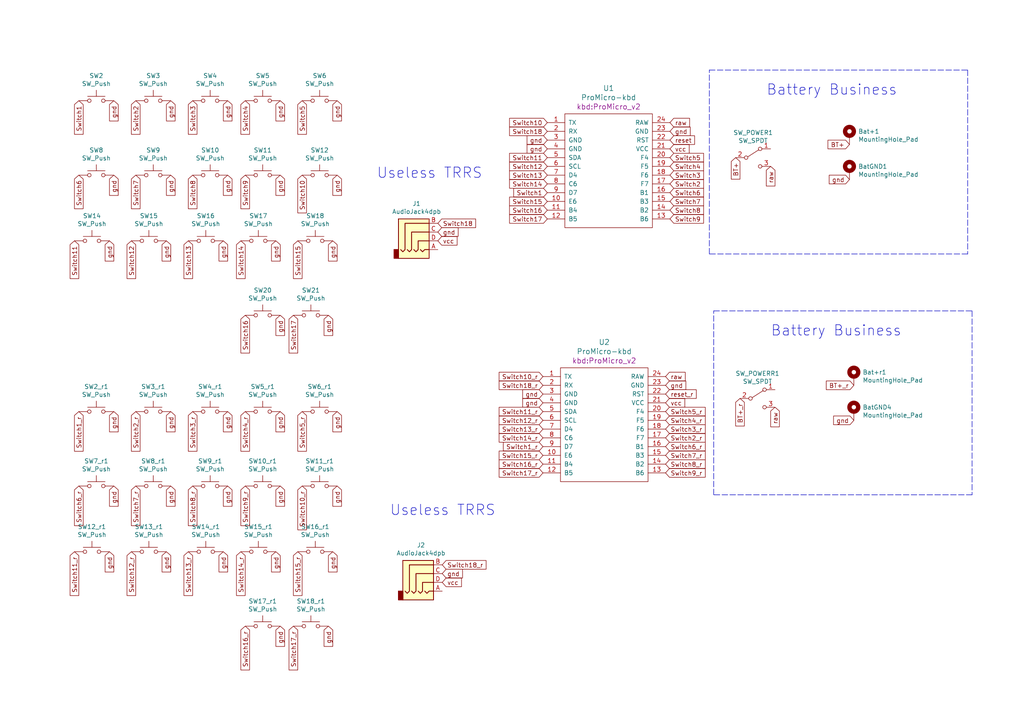
<source format=kicad_sch>
(kicad_sch (version 20211123) (generator eeschema)
  (paper "A4")
  (title_block (title "Sweep V2") (date "2021-03-10") (rev "0.1") (company "broomlabs"))
  (lib_symbols
    (symbol "Mechanical:MountingHole_Pad" (pin_numbers hide) (pin_names (offset 1.016) hide)
      (property "Reference" "H" (at 0 6.35 0))
      (property "Value" "MountingHole_Pad" (at 0 4.445 0))
      (symbol "MountingHole_Pad_0_1"
        (circle (center 0 1.27) (radius 1.27) (stroke (width 1.27)))
      )
      (symbol "MountingHole_Pad_1_1"
        (pin input line (at 0 -2.54 90) (length 2.54) (name "1") (number "1"))
      )
    )
    (symbol "Switch:SW_Push" (pin_numbers hide) (pin_names (offset 1.016) hide)
      (property "Reference" "SW" (at 1.27 2.54 0))
      (property "Value" "SW_Push" (at 0 -1.524 0))
      (symbol "SW_Push_0_1"
        (circle (center -2.032 0) (radius 0.508))
        (polyline (pts (xy 0 1.27) (xy 0 3.048)))
        (polyline (pts (xy 2.54 1.27) (xy -2.54 1.27)))
        (circle (center 2.032 0) (radius 0.508))
        (pin passive line (at -5.08 0 0) (length 2.54) (name "1") (number "1"))
        (pin passive line (at 5.08 0 180) (length 2.54) (name "2") (number "2"))
      )
    )
    (symbol "Switch:SW_SPDT" (pin_names (offset 0) hide)
      (property "Reference" "SW" (at 0 4.318 0))
      (property "Value" "SW_SPDT" (at 0 -5.08 0))
      (symbol "SW_SPDT_0_0"
        (circle (center -2.032 0) (radius 0.508))
        (circle (center 2.032 -2.54) (radius 0.508))
      )
      (symbol "SW_SPDT_0_1"
        (polyline (pts (xy -1.524 0.254) (xy 1.651 2.286)))
        (circle (center 2.032 2.54) (radius 0.508))
      )
      (symbol "SW_SPDT_1_1"
        (pin passive line (at 5.08 2.54 180) (length 2.54) (name "A") (number "1"))
        (pin passive line (at -5.08 0 0) (length 2.54) (name "B") (number "2"))
        (pin passive line (at 5.08 -2.54 180) (length 2.54) (name "C") (number "3"))
      )
    )
    (symbol "sweepv2-rescue:ProMicro-kbd-bigblackpill-34key-rescue" (pin_names (offset 1.016))
      (property "Reference" "U" (at 0 24.13 0))
      (property "Value" "sweepv2-rescue_ProMicro-kbd-bigblackpill-34key-rescue" (at 0 -13.97 0))
      (symbol "ProMicro-kbd-bigblackpill-34key-rescue_0_1"
        (rectangle (start -12.7 21.59) (end 12.7 -11.43))
      )
      (symbol "ProMicro-kbd-bigblackpill-34key-rescue_1_1"
        (pin bidirectional line (at -17.78 19.05 0) (length 5.08) (name "TX") (number "1"))
        (pin bidirectional line (at -17.78 -3.81 0) (length 5.08) (name "E6") (number "10"))
        (pin bidirectional line (at -17.78 -6.35 0) (length 5.08) (name "B4") (number "11"))
        (pin bidirectional line (at -17.78 -8.89 0) (length 5.08) (name "B5") (number "12"))
        (pin bidirectional line (at 17.78 -8.89 180) (length 5.08) (name "B6") (number "13"))
        (pin bidirectional line (at 17.78 -6.35 180) (length 5.08) (name "B2") (number "14"))
        (pin bidirectional line (at 17.78 -3.81 180) (length 5.08) (name "B3") (number "15"))
        (pin bidirectional line (at 17.78 -1.27 180) (length 5.08) (name "B1") (number "16"))
        (pin bidirectional line (at 17.78 1.27 180) (length 5.08) (name "F7") (number "17"))
        (pin bidirectional line (at 17.78 3.81 180) (length 5.08) (name "F6") (number "18"))
        (pin bidirectional line (at 17.78 6.35 180) (length 5.08) (name "F5") (number "19"))
        (pin bidirectional line (at -17.78 16.51 0) (length 5.08) (name "RX") (number "2"))
        (pin bidirectional line (at 17.78 8.89 180) (length 5.08) (name "F4") (number "20"))
        (pin power_in line (at 17.78 11.43 180) (length 5.08) (name "VCC") (number "21"))
        (pin input line (at 17.78 13.97 180) (length 5.08) (name "RST") (number "22"))
        (pin power_in line (at 17.78 16.51 180) (length 5.08) (name "GND") (number "23"))
        (pin power_out line (at 17.78 19.05 180) (length 5.08) (name "RAW") (number "24"))
        (pin power_in line (at -17.78 13.97 0) (length 5.08) (name "GND") (number "3"))
        (pin power_in line (at -17.78 11.43 0) (length 5.08) (name "GND") (number "4"))
        (pin bidirectional line (at -17.78 8.89 0) (length 5.08) (name "SDA") (number "5"))
        (pin bidirectional line (at -17.78 6.35 0) (length 5.08) (name "SCL") (number "6"))
        (pin bidirectional line (at -17.78 3.81 0) (length 5.08) (name "D4") (number "7"))
        (pin bidirectional line (at -17.78 1.27 0) (length 5.08) (name "C6") (number "8"))
        (pin bidirectional line (at -17.78 -1.27 0) (length 5.08) (name "D7") (number "9"))
      )
    )
    (symbol "tokas_bp:AudioJack4dpb"
      (property "Reference" "J" (at 0 8.89 0))
      (property "Value" "tokas_bp_AudioJack4dpb" (at 0 6.35 0))
      (symbol "AudioJack4dpb_0_1"
        (rectangle (start -6.35 -5.08) (end -7.62 -7.62) (stroke (width 0.254)) (fill (type outline)))
        (polyline (pts (xy 0 -5.08) (xy 0.635 -5.715) (xy 1.27 -5.08) (xy 2.54 -5.08)) (stroke (width 0.254)))
        (polyline (pts (xy -5.715 -5.08) (xy -5.08 -5.715) (xy -4.445 -5.08) (xy -4.445 2.54) (xy 2.54 2.54)) (stroke (width 0.254)))
        (polyline (pts (xy -1.905 -5.08) (xy -1.27 -5.715) (xy -0.635 -5.08) (xy -0.635 -2.54) (xy 2.54 -2.54)) (stroke (width 0.254)))
        (polyline (pts (xy 2.54 0) (xy -2.54 0) (xy -2.54 -5.08) (xy -3.175 -5.715) (xy -3.81 -5.08)) (stroke (width 0.254)))
        (rectangle (start 2.54 3.81) (end -6.35 -7.62) (stroke (width 0.254)) (fill (type background)))
      )
      (symbol "AudioJack4dpb_1_1"
        (pin passive line (at 5.08 -5.08 180) (length 2.54) (name "~") (number "A"))
        (pin passive line (at 5.08 2.54 180) (length 2.54) (name "~") (number "B"))
        (pin passive line (at 5.08 0 180) (length 2.54) (name "~") (number "C"))
        (pin passive line (at 5.08 -2.54 180) (length 2.54) (name "~") (number "D"))
      )
    )
  )
  (polyline (pts (xy 281.94 90.17) (xy 281.94 143.51)))
  (polyline (pts (xy 280.67 20.32) (xy 280.67 73.66)))
  (polyline (pts (xy 205.74 73.66) (xy 205.74 20.32)))
  (polyline (pts (xy 281.94 143.51) (xy 207.01 143.51)))
  (polyline (pts (xy 207.01 90.17) (xy 281.94 90.17)))
  (polyline (pts (xy 205.74 20.32) (xy 280.67 20.32)))
  (polyline (pts (xy 280.67 73.66) (xy 205.74 73.66)))
  (polyline (pts (xy 207.01 143.51) (xy 207.01 90.17)))
  (text "Battery Business" (at 223.52 97.79 0) (effects (font (size 2.9972 2.9972)) (justify left bottom)))
  (text "Useless TRRS\n" (at 109.22 52.07 0) (effects (font (size 2.9972 2.9972)) (justify left bottom)))
  (text "Battery Business" (at 222.25 27.94 0) (effects (font (size 2.9972 2.9972)) (justify left bottom)))
  (text "Useless TRRS\n" (at 113.03 149.86 0) (effects (font (size 2.9972 2.9972)) (justify left bottom)))
  (global_label "Switch10_r" (shape input) (at 157.48 109.22 180) (property "Intersheet References" "${INTERSHEET_REFS}" (effects hide)))
  (global_label "Switch11" (shape input) (at 21.59 69.85 270) (property "Intersheet References" "${INTERSHEET_REFS}" (effects hide)))
  (global_label "Switch9_r" (shape input) (at 71.12 140.97 270) (property "Intersheet References" "${INTERSHEET_REFS}" (effects hide)))
  (global_label "vcc" (shape input) (at 193.04 116.84 0) (property "Intersheet References" "${INTERSHEET_REFS}" (effects hide)))
  (global_label "Switch8_r" (shape input) (at 55.88 140.97 270) (property "Intersheet References" "${INTERSHEET_REFS}" (effects hide)))
  (global_label "gnd" (shape input) (at 128.27 166.37 0) (property "Intersheet References" "${INTERSHEET_REFS}" (effects hide)))
  (global_label "Switch3" (shape input) (at 55.88 29.21 270) (property "Intersheet References" "${INTERSHEET_REFS}" (effects hide)))
  (global_label "gnd" (shape input) (at 33.02 29.21 270) (property "Intersheet References" "${INTERSHEET_REFS}" (effects hide)))
  (global_label "gnd" (shape input) (at 158.75 40.64 180) (property "Intersheet References" "${INTERSHEET_REFS}" (effects hide)))
  (global_label "Switch7_r" (shape input) (at 193.04 132.08 0) (property "Intersheet References" "${INTERSHEET_REFS}" (effects hide)))
  (global_label "reset" (shape input) (at 194.31 40.64 0) (property "Intersheet References" "${INTERSHEET_REFS}" (effects hide)))
  (global_label "gnd" (shape input) (at 48.26 160.02 270) (property "Intersheet References" "${INTERSHEET_REFS}" (effects hide)))
  (global_label "Switch4_r" (shape input) (at 193.04 121.92 0) (property "Intersheet References" "${INTERSHEET_REFS}" (effects hide)))
  (global_label "Switch17" (shape input) (at 85.09 91.44 270) (property "Intersheet References" "${INTERSHEET_REFS}" (effects hide)))
  (global_label "gnd" (shape input) (at 81.28 50.8 270) (property "Intersheet References" "${INTERSHEET_REFS}" (effects hide)))
  (global_label "raw" (shape input) (at 224.79 118.11 270) (property "Intersheet References" "${INTERSHEET_REFS}" (effects hide)))
  (global_label "Switch12" (shape input) (at 158.75 48.26 180) (property "Intersheet References" "${INTERSHEET_REFS}" (effects hide)))
  (global_label "vcc" (shape input) (at 194.31 43.18 0) (property "Intersheet References" "${INTERSHEET_REFS}" (effects hide)))
  (global_label "Switch16_r" (shape input) (at 71.12 181.61 270) (property "Intersheet References" "${INTERSHEET_REFS}" (effects hide)))
  (global_label "Switch5" (shape input) (at 87.63 29.21 270) (property "Intersheet References" "${INTERSHEET_REFS}" (effects hide)))
  (global_label "Switch14_r" (shape input) (at 157.48 127 180) (property "Intersheet References" "${INTERSHEET_REFS}" (effects hide)))
  (global_label "Switch1_r" (shape input) (at 22.86 119.38 270) (property "Intersheet References" "${INTERSHEET_REFS}" (effects hide)))
  (global_label "gnd" (shape input) (at 48.26 69.85 270) (property "Intersheet References" "${INTERSHEET_REFS}" (effects hide)))
  (global_label "Switch1" (shape input) (at 22.86 29.21 270) (property "Intersheet References" "${INTERSHEET_REFS}" (effects hide)))
  (global_label "Switch18_r" (shape input) (at 157.48 111.76 180) (property "Intersheet References" "${INTERSHEET_REFS}" (effects hide)))
  (global_label "Switch14" (shape input) (at 158.75 53.34 180) (property "Intersheet References" "${INTERSHEET_REFS}" (effects hide)))
  (global_label "Switch6_r" (shape input) (at 22.86 140.97 270) (property "Intersheet References" "${INTERSHEET_REFS}" (effects hide)))
  (global_label "Switch5_r" (shape input) (at 87.63 119.38 270) (property "Intersheet References" "${INTERSHEET_REFS}" (effects hide)))
  (global_label "Switch13" (shape input) (at 158.75 50.8 180) (property "Intersheet References" "${INTERSHEET_REFS}" (effects hide)))
  (global_label "gnd" (shape input) (at 81.28 91.44 270) (property "Intersheet References" "${INTERSHEET_REFS}" (effects hide)))
  (global_label "gnd" (shape input) (at 49.53 119.38 270) (property "Intersheet References" "${INTERSHEET_REFS}" (effects hide)))
  (global_label "Switch11_r" (shape input) (at 21.59 160.02 270) (property "Intersheet References" "${INTERSHEET_REFS}" (effects hide)))
  (global_label "gnd" (shape input) (at 81.28 181.61 270) (property "Intersheet References" "${INTERSHEET_REFS}" (effects hide)))
  (global_label "Switch13" (shape input) (at 54.61 69.85 270) (property "Intersheet References" "${INTERSHEET_REFS}" (effects hide)))
  (global_label "Switch10" (shape input) (at 158.75 35.56 180) (property "Intersheet References" "${INTERSHEET_REFS}" (effects hide)))
  (global_label "Switch14" (shape input) (at 69.85 69.85 270) (property "Intersheet References" "${INTERSHEET_REFS}" (effects hide)))
  (global_label "gnd" (shape input) (at 80.01 160.02 270) (property "Intersheet References" "${INTERSHEET_REFS}" (effects hide)))
  (global_label "gnd" (shape input) (at 127 67.31 0) (property "Intersheet References" "${INTERSHEET_REFS}" (effects hide)))
  (global_label "gnd" (shape input) (at 66.04 50.8 270) (property "Intersheet References" "${INTERSHEET_REFS}" (effects hide)))
  (global_label "Switch8" (shape input) (at 194.31 60.96 0) (property "Intersheet References" "${INTERSHEET_REFS}" (effects hide)))
  (global_label "Switch16" (shape input) (at 71.12 91.44 270) (property "Intersheet References" "${INTERSHEET_REFS}" (effects hide)))
  (global_label "Switch7_r" (shape input) (at 39.37 140.97 270) (property "Intersheet References" "${INTERSHEET_REFS}" (effects hide)))
  (global_label "Switch18_r" (shape input) (at 128.27 163.83 0) (property "Intersheet References" "${INTERSHEET_REFS}" (effects hide)))
  (global_label "Switch7" (shape input) (at 194.31 58.42 0) (property "Intersheet References" "${INTERSHEET_REFS}" (effects hide)))
  (global_label "Switch2" (shape input) (at 39.37 29.21 270) (property "Intersheet References" "${INTERSHEET_REFS}" (effects hide)))
  (global_label "Switch4" (shape input) (at 194.31 48.26 0) (property "Intersheet References" "${INTERSHEET_REFS}" (effects hide)))
  (global_label "Switch10_r" (shape input) (at 87.63 140.97 270) (property "Intersheet References" "${INTERSHEET_REFS}" (effects hide)))
  (global_label "gnd" (shape input) (at 96.52 160.02 270) (property "Intersheet References" "${INTERSHEET_REFS}" (effects hide)))
  (global_label "Switch14_r" (shape input) (at 69.85 160.02 270) (property "Intersheet References" "${INTERSHEET_REFS}" (effects hide)))
  (global_label "Switch12_r" (shape input) (at 157.48 121.92 180) (property "Intersheet References" "${INTERSHEET_REFS}" (effects hide)))
  (global_label "Switch9" (shape input) (at 71.12 50.8 270) (property "Intersheet References" "${INTERSHEET_REFS}" (effects hide)))
  (global_label "Switch1" (shape input) (at 158.75 55.88 180) (property "Intersheet References" "${INTERSHEET_REFS}" (effects hide)))
  (global_label "Switch8" (shape input) (at 55.88 50.8 270) (property "Intersheet References" "${INTERSHEET_REFS}" (effects hide)))
  (global_label "Switch15" (shape input) (at 86.36 69.85 270) (property "Intersheet References" "${INTERSHEET_REFS}" (effects hide)))
  (global_label "Switch17_r" (shape input) (at 85.09 181.61 270) (property "Intersheet References" "${INTERSHEET_REFS}" (effects hide)))
  (global_label "Switch9" (shape input) (at 194.31 63.5 0) (property "Intersheet References" "${INTERSHEET_REFS}" (effects hide)))
  (global_label "vcc" (shape input) (at 128.27 168.91 0) (property "Intersheet References" "${INTERSHEET_REFS}" (effects hide)))
  (global_label "gnd" (shape input) (at 157.48 114.3 180) (property "Intersheet References" "${INTERSHEET_REFS}" (effects hide)))
  (global_label "Switch12" (shape input) (at 38.1 69.85 270) (property "Intersheet References" "${INTERSHEET_REFS}" (effects hide)))
  (global_label "gnd" (shape input) (at 66.04 29.21 270) (property "Intersheet References" "${INTERSHEET_REFS}" (effects hide)))
  (global_label "raw" (shape input) (at 193.04 109.22 0) (property "Intersheet References" "${INTERSHEET_REFS}" (effects hide)))
  (global_label "Switch11_r" (shape input) (at 157.48 119.38 180) (property "Intersheet References" "${INTERSHEET_REFS}" (effects hide)))
  (global_label "Switch3" (shape input) (at 194.31 50.8 0) (property "Intersheet References" "${INTERSHEET_REFS}" (effects hide)))
  (global_label "Switch6" (shape input) (at 194.31 55.88 0) (property "Intersheet References" "${INTERSHEET_REFS}" (effects hide)))
  (global_label "gnd" (shape input) (at 193.04 111.76 0) (property "Intersheet References" "${INTERSHEET_REFS}" (effects hide)))
  (global_label "gnd" (shape input) (at 66.04 140.97 270) (property "Intersheet References" "${INTERSHEET_REFS}" (effects hide)))
  (global_label "gnd" (shape input) (at 97.79 29.21 270) (property "Intersheet References" "${INTERSHEET_REFS}" (effects hide)))
  (global_label "gnd" (shape input) (at 81.28 29.21 270) (property "Intersheet References" "${INTERSHEET_REFS}" (effects hide)))
  (global_label "gnd" (shape input) (at 81.28 140.97 270) (property "Intersheet References" "${INTERSHEET_REFS}" (effects hide)))
  (global_label "gnd" (shape input) (at 33.02 119.38 270) (property "Intersheet References" "${INTERSHEET_REFS}" (effects hide)))
  (global_label "gnd" (shape input) (at 80.01 69.85 270) (property "Intersheet References" "${INTERSHEET_REFS}" (effects hide)))
  (global_label "gnd" (shape input) (at 158.75 43.18 180) (property "Intersheet References" "${INTERSHEET_REFS}" (effects hide)))
  (global_label "BT+_r" (shape input) (at 247.65 111.76 180) (property "Intersheet References" "${INTERSHEET_REFS}" (effects hide)))
  (global_label "Switch15_r" (shape input) (at 86.36 160.02 270) (property "Intersheet References" "${INTERSHEET_REFS}" (effects hide)))
  (global_label "gnd" (shape input) (at 95.25 91.44 270) (property "Intersheet References" "${INTERSHEET_REFS}" (effects hide)))
  (global_label "Switch8_r" (shape input) (at 193.04 134.62 0) (property "Intersheet References" "${INTERSHEET_REFS}" (effects hide)))
  (global_label "gnd" (shape input) (at 64.77 160.02 270) (property "Intersheet References" "${INTERSHEET_REFS}" (effects hide)))
  (global_label "Switch10" (shape input) (at 87.63 50.8 270) (property "Intersheet References" "${INTERSHEET_REFS}" (effects hide)))
  (global_label "gnd" (shape input) (at 97.79 140.97 270) (property "Intersheet References" "${INTERSHEET_REFS}" (effects hide)))
  (global_label "gnd" (shape input) (at 64.77 69.85 270) (property "Intersheet References" "${INTERSHEET_REFS}" (effects hide)))
  (global_label "gnd" (shape input) (at 49.53 29.21 270) (property "Intersheet References" "${INTERSHEET_REFS}" (effects hide)))
  (global_label "Switch3_r" (shape input) (at 193.04 124.46 0) (property "Intersheet References" "${INTERSHEET_REFS}" (effects hide)))
  (global_label "gnd" (shape input) (at 49.53 140.97 270) (property "Intersheet References" "${INTERSHEET_REFS}" (effects hide)))
  (global_label "gnd" (shape input) (at 246.38 52.07 180) (property "Intersheet References" "${INTERSHEET_REFS}" (effects hide)))
  (global_label "gnd" (shape input) (at 31.75 69.85 270) (property "Intersheet References" "${INTERSHEET_REFS}" (effects hide)))
  (global_label "Switch16" (shape input) (at 158.75 60.96 180) (property "Intersheet References" "${INTERSHEET_REFS}" (effects hide)))
  (global_label "Switch5_r" (shape input) (at 193.04 119.38 0) (property "Intersheet References" "${INTERSHEET_REFS}" (effects hide)))
  (global_label "Switch12_r" (shape input) (at 38.1 160.02 270) (property "Intersheet References" "${INTERSHEET_REFS}" (effects hide)))
  (global_label "gnd" (shape input) (at 97.79 119.38 270) (property "Intersheet References" "${INTERSHEET_REFS}" (effects hide)))
  (global_label "Switch15_r" (shape input) (at 157.48 132.08 180) (property "Intersheet References" "${INTERSHEET_REFS}" (effects hide)))
  (global_label "gnd" (shape input) (at 247.65 121.92 180) (property "Intersheet References" "${INTERSHEET_REFS}" (effects hide)))
  (global_label "gnd" (shape input) (at 49.53 50.8 270) (property "Intersheet References" "${INTERSHEET_REFS}" (effects hide)))
  (global_label "Switch15" (shape input) (at 158.75 58.42 180) (property "Intersheet References" "${INTERSHEET_REFS}" (effects hide)))
  (global_label "BT+" (shape input) (at 213.36 45.72 270) (property "Intersheet References" "${INTERSHEET_REFS}" (effects hide)))
  (global_label "Switch2" (shape input) (at 194.31 53.34 0) (property "Intersheet References" "${INTERSHEET_REFS}" (effects hide)))
  (global_label "gnd" (shape input) (at 95.25 181.61 270) (property "Intersheet References" "${INTERSHEET_REFS}" (effects hide)))
  (global_label "Switch17_r" (shape input) (at 157.48 137.16 180) (property "Intersheet References" "${INTERSHEET_REFS}" (effects hide)))
  (global_label "Switch13_r" (shape input) (at 157.48 124.46 180) (property "Intersheet References" "${INTERSHEET_REFS}" (effects hide)))
  (global_label "gnd" (shape input) (at 97.79 50.8 270) (property "Intersheet References" "${INTERSHEET_REFS}" (effects hide)))
  (global_label "Switch4_r" (shape input) (at 71.12 119.38 270) (property "Intersheet References" "${INTERSHEET_REFS}" (effects hide)))
  (global_label "gnd" (shape input) (at 96.52 69.85 270) (property "Intersheet References" "${INTERSHEET_REFS}" (effects hide)))
  (global_label "Switch7" (shape input) (at 39.37 50.8 270) (property "Intersheet References" "${INTERSHEET_REFS}" (effects hide)))
  (global_label "Switch5" (shape input) (at 194.31 45.72 0) (property "Intersheet References" "${INTERSHEET_REFS}" (effects hide)))
  (global_label "Switch17" (shape input) (at 158.75 63.5 180) (property "Intersheet References" "${INTERSHEET_REFS}" (effects hide)))
  (global_label "Switch13_r" (shape input) (at 54.61 160.02 270) (property "Intersheet References" "${INTERSHEET_REFS}" (effects hide)))
  (global_label "vcc" (shape input) (at 127 69.85 0) (property "Intersheet References" "${INTERSHEET_REFS}" (effects hide)))
  (global_label "gnd" (shape input) (at 31.75 160.02 270) (property "Intersheet References" "${INTERSHEET_REFS}" (effects hide)))
  (global_label "gnd" (shape input) (at 33.02 140.97 270) (property "Intersheet References" "${INTERSHEET_REFS}" (effects hide)))
  (global_label "raw" (shape input) (at 223.52 48.26 270) (property "Intersheet References" "${INTERSHEET_REFS}" (effects hide)))
  (global_label "Switch18" (shape input) (at 127 64.77 0) (property "Intersheet References" "${INTERSHEET_REFS}" (effects hide)))
  (global_label "Switch3_r" (shape input) (at 55.88 119.38 270) (property "Intersheet References" "${INTERSHEET_REFS}" (effects hide)))
  (global_label "Switch4" (shape input) (at 71.12 29.21 270) (property "Intersheet References" "${INTERSHEET_REFS}" (effects hide)))
  (global_label "Switch18" (shape input) (at 158.75 38.1 180) (property "Intersheet References" "${INTERSHEET_REFS}" (effects hide)))
  (global_label "Switch2_r" (shape input) (at 39.37 119.38 270) (property "Intersheet References" "${INTERSHEET_REFS}" (effects hide)))
  (global_label "BT+_r" (shape input) (at 214.63 115.57 270) (property "Intersheet References" "${INTERSHEET_REFS}" (effects hide)))
  (global_label "gnd" (shape input) (at 33.02 50.8 270) (property "Intersheet References" "${INTERSHEET_REFS}" (effects hide)))
  (global_label "Switch16_r" (shape input) (at 157.48 134.62 180) (property "Intersheet References" "${INTERSHEET_REFS}" (effects hide)))
  (global_label "raw" (shape input) (at 194.31 35.56 0) (property "Intersheet References" "${INTERSHEET_REFS}" (effects hide)))
  (global_label "Switch11" (shape input) (at 158.75 45.72 180) (property "Intersheet References" "${INTERSHEET_REFS}" (effects hide)))
  (global_label "gnd" (shape input) (at 81.28 119.38 270) (property "Intersheet References" "${INTERSHEET_REFS}" (effects hide)))
  (global_label "Switch1_r" (shape input) (at 157.48 129.54 180) (property "Intersheet References" "${INTERSHEET_REFS}" (effects hide)))
  (global_label "Switch2_r" (shape input) (at 193.04 127 0) (property "Intersheet References" "${INTERSHEET_REFS}" (effects hide)))
  (global_label "gnd" (shape input) (at 157.48 116.84 180) (property "Intersheet References" "${INTERSHEET_REFS}" (effects hide)))
  (global_label "gnd" (shape input) (at 66.04 119.38 270) (property "Intersheet References" "${INTERSHEET_REFS}" (effects hide)))
  (global_label "Switch6_r" (shape input) (at 193.04 129.54 0) (property "Intersheet References" "${INTERSHEET_REFS}" (effects hide)))
  (global_label "BT+" (shape input) (at 246.38 41.91 180) (property "Intersheet References" "${INTERSHEET_REFS}" (effects hide)))
  (global_label "Switch6" (shape input) (at 22.86 50.8 270) (property "Intersheet References" "${INTERSHEET_REFS}" (effects hide)))
  (global_label "Switch9_r" (shape input) (at 193.04 137.16 0) (property "Intersheet References" "${INTERSHEET_REFS}" (effects hide)))
  (global_label "gnd" (shape input) (at 194.31 38.1 0) (property "Intersheet References" "${INTERSHEET_REFS}" (effects hide)))
  (global_label "reset_r" (shape input) (at 193.04 114.3 0) (property "Intersheet References" "${INTERSHEET_REFS}" (effects hide)))
  (symbol (lib_id "Mechanical:MountingHole_Pad") (at 246.38 39.37 0) (unit 1)
    (property "Reference" "Bat+1" (at 248.92 38.1254 0) (effects (justify left)))
    (property "Value" "MountingHole_Pad" (at 248.92 40.4368 0) (effects (justify left)))
    (property "Footprint" "kbd:1pin_conn" (effects hide))
  )
  (symbol (lib_id "Mechanical:MountingHole_Pad") (at 246.38 49.53 0) (unit 1)
    (property "Reference" "BatGND1" (at 248.92 48.2854 0) (effects (justify left)))
    (property "Value" "MountingHole_Pad" (at 248.92 50.5968 0) (effects (justify left)))
    (property "Footprint" "kbd:1pin_conn" (effects hide))
  )
  (symbol (lib_id "sweepv2-rescue:ProMicro-kbd-bigblackpill-34key-rescue") (at 176.53 54.61 0) (unit 1)
    (property "Reference" "U1" (at 176.53 25.5778 0) (effects (font (size 1.524 1.524))))
    (property "Value" "ProMicro-kbd" (at 176.53 28.2702 0) (effects (font (size 1.524 1.524))))
    (property "Footprint" "kbd:ProMicro_v2" (at 176.53 30.9626 0) (effects (font (size 1.524 1.524))))
  )
  (symbol (lib_id "Switch:SW_Push") (at 27.94 29.21 0) (unit 1)
    (property "Reference" "SW2" (at 27.94 21.971 0))
    (property "Value" "SW_Push" (at 27.94 24.2824 0))
    (property "Footprint" "Kailh:SW_PG1350_rev_DPB" (effects hide))
  )
  (symbol (lib_id "Switch:SW_Push") (at 44.45 29.21 0) (unit 1)
    (property "Reference" "SW3" (at 44.45 21.971 0))
    (property "Value" "SW_Push" (at 44.45 24.2824 0))
    (property "Footprint" "Kailh:SW_PG1350_rev_DPB" (effects hide))
  )
  (symbol (lib_id "Switch:SW_Push") (at 60.96 29.21 0) (unit 1)
    (property "Reference" "SW4" (at 60.96 21.971 0))
    (property "Value" "SW_Push" (at 60.96 24.2824 0))
    (property "Footprint" "Kailh:SW_PG1350_rev_DPB" (effects hide))
  )
  (symbol (lib_id "Switch:SW_Push") (at 76.2 29.21 0) (unit 1)
    (property "Reference" "SW5" (at 76.2 21.971 0))
    (property "Value" "SW_Push" (at 76.2 24.2824 0))
    (property "Footprint" "Kailh:SW_PG1350_rev_DPB" (effects hide))
  )
  (symbol (lib_id "Switch:SW_Push") (at 92.71 29.21 0) (unit 1)
    (property "Reference" "SW6" (at 92.71 21.971 0))
    (property "Value" "SW_Push" (at 92.71 24.2824 0))
    (property "Footprint" "Kailh:SW_PG1350_rev_DPB" (effects hide))
  )
  (symbol (lib_id "Switch:SW_Push") (at 76.2 91.44 0) (unit 1)
    (property "Reference" "SW20" (at 76.2 84.201 0))
    (property "Value" "SW_Push" (at 76.2 86.5124 0))
    (property "Footprint" "Kailh:SW_PG1350_rev_DPB" (effects hide))
  )
  (symbol (lib_id "Switch:SW_Push") (at 90.17 91.44 0) (unit 1)
    (property "Reference" "SW21" (at 90.17 84.201 0))
    (property "Value" "SW_Push" (at 90.17 86.5124 0))
    (property "Footprint" "Kailh:SW_PG1350_rev_DPB" (effects hide))
  )
  (symbol (lib_id "Switch:SW_Push") (at 27.94 50.8 0) (unit 1)
    (property "Reference" "SW8" (at 27.94 43.561 0))
    (property "Value" "SW_Push" (at 27.94 45.8724 0))
    (property "Footprint" "Kailh:SW_PG1350_rev_DPB" (effects hide))
  )
  (symbol (lib_id "Switch:SW_Push") (at 44.45 50.8 0) (unit 1)
    (property "Reference" "SW9" (at 44.45 43.561 0))
    (property "Value" "SW_Push" (at 44.45 45.8724 0))
    (property "Footprint" "Kailh:SW_PG1350_rev_DPB" (effects hide))
  )
  (symbol (lib_id "Switch:SW_Push") (at 60.96 50.8 0) (unit 1)
    (property "Reference" "SW10" (at 60.96 43.561 0))
    (property "Value" "SW_Push" (at 60.96 45.8724 0))
    (property "Footprint" "Kailh:SW_PG1350_rev_DPB" (effects hide))
  )
  (symbol (lib_id "Switch:SW_Push") (at 76.2 50.8 0) (unit 1)
    (property "Reference" "SW11" (at 76.2 43.561 0))
    (property "Value" "SW_Push" (at 76.2 45.8724 0))
    (property "Footprint" "Kailh:SW_PG1350_rev_DPB" (effects hide))
  )
  (symbol (lib_id "Switch:SW_Push") (at 92.71 50.8 0) (unit 1)
    (property "Reference" "SW12" (at 92.71 43.561 0))
    (property "Value" "SW_Push" (at 92.71 45.8724 0))
    (property "Footprint" "Kailh:SW_PG1350_rev_DPB" (effects hide))
  )
  (symbol (lib_id "Switch:SW_Push") (at 26.67 69.85 0) (unit 1)
    (property "Reference" "SW14" (at 26.67 62.611 0))
    (property "Value" "SW_Push" (at 26.67 64.9224 0))
    (property "Footprint" "Kailh:SW_PG1350_rev_DPB" (effects hide))
  )
  (symbol (lib_id "Switch:SW_Push") (at 43.18 69.85 0) (unit 1)
    (property "Reference" "SW15" (at 43.18 62.611 0))
    (property "Value" "SW_Push" (at 43.18 64.9224 0))
    (property "Footprint" "Kailh:SW_PG1350_rev_DPB" (effects hide))
  )
  (symbol (lib_id "Switch:SW_Push") (at 59.69 69.85 0) (unit 1)
    (property "Reference" "SW16" (at 59.69 62.611 0))
    (property "Value" "SW_Push" (at 59.69 64.9224 0))
    (property "Footprint" "Kailh:SW_PG1350_rev_DPB" (effects hide))
  )
  (symbol (lib_id "Switch:SW_Push") (at 74.93 69.85 0) (unit 1)
    (property "Reference" "SW17" (at 74.93 62.611 0))
    (property "Value" "SW_Push" (at 74.93 64.9224 0))
    (property "Footprint" "Kailh:SW_PG1350_rev_DPB" (effects hide))
  )
  (symbol (lib_id "Switch:SW_Push") (at 91.44 69.85 0) (unit 1)
    (property "Reference" "SW18" (at 91.44 62.611 0))
    (property "Value" "SW_Push" (at 91.44 64.9224 0))
    (property "Footprint" "Kailh:SW_PG1350_rev_DPB" (effects hide))
  )
  (symbol (lib_id "Switch:SW_SPDT") (at 218.44 45.72 0) (unit 1)
    (property "Reference" "SW_POWER1" (at 218.44 38.481 0))
    (property "Value" "SW_SPDT" (at 218.44 40.7924 0))
    (property "Footprint" "Kailh:SPDT_C128955" (effects hide))
  )
  (symbol (lib_id "tokas_bp:AudioJack4dpb") (at 121.92 67.31 0) (unit 1)
    (property "Reference" "J1" (at 120.8278 59.055 0))
    (property "Value" "AudioJack4dpb" (at 120.8278 61.3664 0))
    (property "Footprint" "kbd:MJ-4PP-9" (effects hide))
  )
  (symbol (lib_id "Switch:SW_Push") (at 27.94 119.38 0) (unit 1)
    (property "Reference" "SW2_r1" (at 27.94 112.141 0))
    (property "Value" "SW_Push" (at 27.94 114.4524 0))
    (property "Footprint" "Kailh:SW_PG1350_rev_DPB" (effects hide))
  )
  (symbol (lib_id "Switch:SW_Push") (at 44.45 119.38 0) (unit 1)
    (property "Reference" "SW3_r1" (at 44.45 112.141 0))
    (property "Value" "SW_Push" (at 44.45 114.4524 0))
    (property "Footprint" "Kailh:SW_PG1350_rev_DPB" (effects hide))
  )
  (symbol (lib_id "Switch:SW_Push") (at 60.96 119.38 0) (unit 1)
    (property "Reference" "SW4_r1" (at 60.96 112.141 0))
    (property "Value" "SW_Push" (at 60.96 114.4524 0))
    (property "Footprint" "Kailh:SW_PG1350_rev_DPB" (effects hide))
  )
  (symbol (lib_id "Switch:SW_Push") (at 76.2 119.38 0) (unit 1)
    (property "Reference" "SW5_r1" (at 76.2 112.141 0))
    (property "Value" "SW_Push" (at 76.2 114.4524 0))
    (property "Footprint" "Kailh:SW_PG1350_rev_DPB" (effects hide))
  )
  (symbol (lib_id "Switch:SW_Push") (at 92.71 119.38 0) (unit 1)
    (property "Reference" "SW6_r1" (at 92.71 112.141 0))
    (property "Value" "SW_Push" (at 92.71 114.4524 0))
    (property "Footprint" "Kailh:SW_PG1350_rev_DPB" (effects hide))
  )
  (symbol (lib_id "Switch:SW_Push") (at 76.2 181.61 0) (unit 1)
    (property "Reference" "SW17_r1" (at 76.2 174.371 0))
    (property "Value" "SW_Push" (at 76.2 176.6824 0))
    (property "Footprint" "Kailh:SW_PG1350_rev_DPB" (effects hide))
  )
  (symbol (lib_id "Switch:SW_Push") (at 90.17 181.61 0) (unit 1)
    (property "Reference" "SW18_r1" (at 90.17 174.371 0))
    (property "Value" "SW_Push" (at 90.17 176.6824 0))
    (property "Footprint" "Kailh:SW_PG1350_rev_DPB" (effects hide))
  )
  (symbol (lib_id "Switch:SW_Push") (at 27.94 140.97 0) (unit 1)
    (property "Reference" "SW7_r1" (at 27.94 133.731 0))
    (property "Value" "SW_Push" (at 27.94 136.0424 0))
    (property "Footprint" "Kailh:SW_PG1350_rev_DPB" (effects hide))
  )
  (symbol (lib_id "Switch:SW_Push") (at 44.45 140.97 0) (unit 1)
    (property "Reference" "SW8_r1" (at 44.45 133.731 0))
    (property "Value" "SW_Push" (at 44.45 136.0424 0))
    (property "Footprint" "Kailh:SW_PG1350_rev_DPB" (effects hide))
  )
  (symbol (lib_id "Switch:SW_Push") (at 60.96 140.97 0) (unit 1)
    (property "Reference" "SW9_r1" (at 60.96 133.731 0))
    (property "Value" "SW_Push" (at 60.96 136.0424 0))
    (property "Footprint" "Kailh:SW_PG1350_rev_DPB" (effects hide))
  )
  (symbol (lib_id "Switch:SW_Push") (at 76.2 140.97 0) (unit 1)
    (property "Reference" "SW10_r1" (at 76.2 133.731 0))
    (property "Value" "SW_Push" (at 76.2 136.0424 0))
    (property "Footprint" "Kailh:SW_PG1350_rev_DPB" (effects hide))
  )
  (symbol (lib_id "Switch:SW_Push") (at 92.71 140.97 0) (unit 1)
    (property "Reference" "SW11_r1" (at 92.71 133.731 0))
    (property "Value" "SW_Push" (at 92.71 136.0424 0))
    (property "Footprint" "Kailh:SW_PG1350_rev_DPB" (effects hide))
  )
  (symbol (lib_id "Switch:SW_Push") (at 26.67 160.02 0) (unit 1)
    (property "Reference" "SW12_r1" (at 26.67 152.781 0))
    (property "Value" "SW_Push" (at 26.67 155.0924 0))
    (property "Footprint" "Kailh:SW_PG1350_rev_DPB" (effects hide))
  )
  (symbol (lib_id "Switch:SW_Push") (at 43.18 160.02 0) (unit 1)
    (property "Reference" "SW13_r1" (at 43.18 152.781 0))
    (property "Value" "SW_Push" (at 43.18 155.0924 0))
    (property "Footprint" "Kailh:SW_PG1350_rev_DPB" (effects hide))
  )
  (symbol (lib_id "Switch:SW_Push") (at 59.69 160.02 0) (unit 1)
    (property "Reference" "SW14_r1" (at 59.69 152.781 0))
    (property "Value" "SW_Push" (at 59.69 155.0924 0))
    (property "Footprint" "Kailh:SW_PG1350_rev_DPB" (effects hide))
  )
  (symbol (lib_id "Switch:SW_Push") (at 74.93 160.02 0) (unit 1)
    (property "Reference" "SW15_r1" (at 74.93 152.781 0))
    (property "Value" "SW_Push" (at 74.93 155.0924 0))
    (property "Footprint" "Kailh:SW_PG1350_rev_DPB" (effects hide))
  )
  (symbol (lib_id "Switch:SW_Push") (at 91.44 160.02 0) (unit 1)
    (property "Reference" "SW16_r1" (at 91.44 152.781 0))
    (property "Value" "SW_Push" (at 91.44 155.0924 0))
    (property "Footprint" "Kailh:SW_PG1350_rev_DPB" (effects hide))
  )
  (symbol (lib_id "sweepv2-rescue:ProMicro-kbd-bigblackpill-34key-rescue") (at 175.26 128.27 0) (unit 1)
    (property "Reference" "U2" (at 175.26 99.2378 0) (effects (font (size 1.524 1.524))))
    (property "Value" "ProMicro-kbd" (at 175.26 101.9302 0) (effects (font (size 1.524 1.524))))
    (property "Footprint" "kbd:ProMicro_v2" (at 175.26 104.6226 0) (effects (font (size 1.524 1.524))))
  )
  (symbol (lib_id "tokas_bp:AudioJack4dpb") (at 123.19 166.37 0) (unit 1)
    (property "Reference" "J2" (at 122.0978 158.115 0))
    (property "Value" "AudioJack4dpb" (at 122.0978 160.4264 0))
    (property "Footprint" "kbd:MJ-4PP-9" (effects hide))
  )
  (symbol (lib_id "Switch:SW_SPDT") (at 219.71 115.57 0) (unit 1)
    (property "Reference" "SW_POWERR1" (at 219.71 108.331 0))
    (property "Value" "SW_SPDT" (at 219.71 110.6424 0))
    (property "Footprint" "Kailh:SPDT_C128955" (effects hide))
  )
  (symbol (lib_id "Mechanical:MountingHole_Pad") (at 247.65 109.22 0) (unit 1)
    (property "Reference" "Bat+r1" (at 250.19 107.9754 0) (effects (justify left)))
    (property "Value" "MountingHole_Pad" (at 250.19 110.2868 0) (effects (justify left)))
    (property "Footprint" "kbd:1pin_conn" (effects hide))
  )
  (symbol (lib_id "Mechanical:MountingHole_Pad") (at 247.65 119.38 0) (unit 1)
    (property "Reference" "BatGND4" (at 250.19 118.1354 0) (effects (justify left)))
    (property "Value" "MountingHole_Pad" (at 250.19 120.4468 0) (effects (justify left)))
    (property "Footprint" "kbd:1pin_conn" (effects hide))
  )
)
</source>
